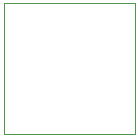
<source format=gbr>
G04 #@! TF.GenerationSoftware,KiCad,Pcbnew,(5.1.10)-1*
G04 #@! TF.CreationDate,2021-12-08T21:24:47+07:00*
G04 #@! TF.ProjectId,32u4mu to 32u4au,33327534-6d75-4207-946f-203332753461,rev?*
G04 #@! TF.SameCoordinates,Original*
G04 #@! TF.FileFunction,Profile,NP*
%FSLAX46Y46*%
G04 Gerber Fmt 4.6, Leading zero omitted, Abs format (unit mm)*
G04 Created by KiCad (PCBNEW (5.1.10)-1) date 2021-12-08 21:24:47*
%MOMM*%
%LPD*%
G01*
G04 APERTURE LIST*
G04 #@! TA.AperFunction,Profile*
%ADD10C,0.050000*%
G04 #@! TD*
G04 APERTURE END LIST*
D10*
X88900000Y-63500000D02*
X88900000Y-52387500D01*
X100012500Y-63500000D02*
X88900000Y-63500000D01*
X100012500Y-52387500D02*
X100012500Y-63500000D01*
X88900000Y-52387500D02*
X100012500Y-52387500D01*
M02*

</source>
